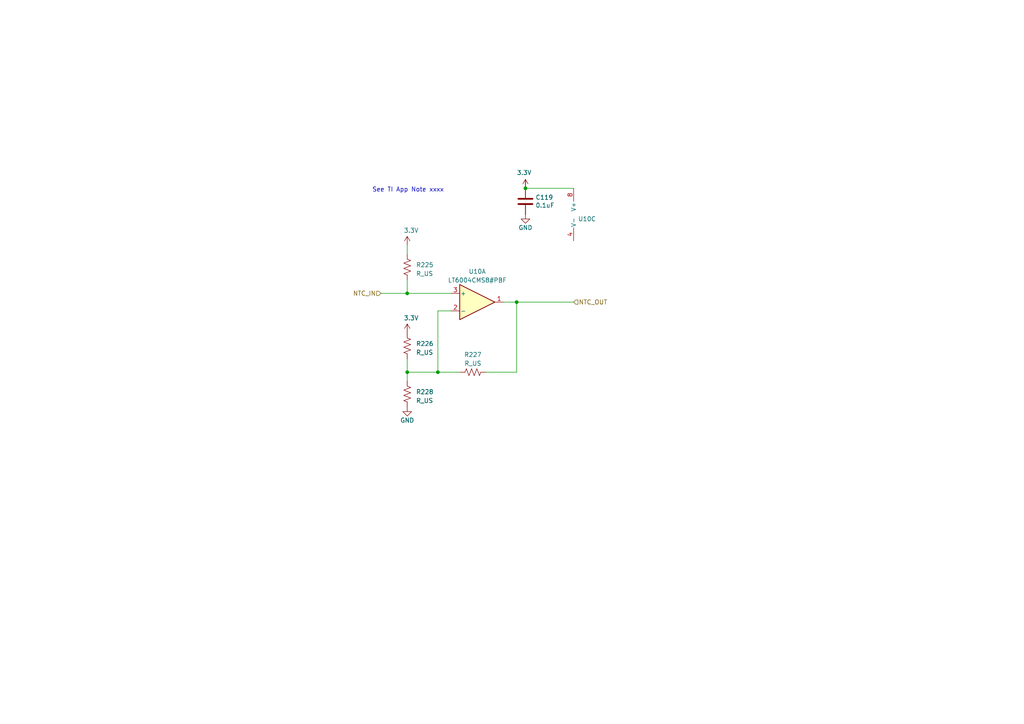
<source format=kicad_sch>
(kicad_sch (version 20230121) (generator eeschema)
  (paper "A4")
  (lib_symbols
    (symbol "Device:C" (pin_numbers hide) (pin_names (offset 0.254))
      (property "Reference" "C" (at 0.635 2.54 0))
      (property "Value" "C" (at 0.635 -2.54 0))
      (symbol "C_0_1"
        (polyline (pts (xy -2.032 -0.762) (xy 2.032 -0.762)) (stroke (width 0.508)))
        (polyline (pts (xy -2.032 0.762) (xy 2.032 0.762)) (stroke (width 0.508)))
      )
      (symbol "C_1_1"
        (pin passive line (at 0 3.81 270) (length 2.794) (name "~") (number "1"))
        (pin passive line (at 0 -3.81 90) (length 2.794) (name "~") (number "2"))
      )
    )
    (symbol "Device:R_US" (pin_numbers hide) (pin_names (offset 0))
      (property "Reference" "R" (at 2.54 0 90))
      (property "Value" "R_US" (at -2.54 0 90))
      (symbol "R_US_0_1"
        (polyline (pts (xy 0 -2.286) (xy 0 -2.54)))
        (polyline (pts (xy 0 2.286) (xy 0 2.54)))
        (polyline (pts (xy 0 -0.762) (xy 1.016 -1.143) (xy 0 -1.524) (xy -1.016 -1.905) (xy 0 -2.286)))
        (polyline (pts (xy 0 0.762) (xy 1.016 0.381) (xy 0 0) (xy -1.016 -0.381) (xy 0 -0.762)))
        (polyline (pts (xy 0 2.286) (xy 1.016 1.905) (xy 0 1.524) (xy -1.016 1.143) (xy 0 0.762)))
      )
      (symbol "R_US_1_1"
        (pin passive line (at 0 3.81 270) (length 1.27) (name "~") (number "1"))
        (pin passive line (at 0 -3.81 90) (length 1.27) (name "~") (number "2"))
      )
    )
    (symbol "SierraLobo:LT6004CMS8#PBF" (pin_names (offset 0.127))
      (property "Reference" "U" (at 0 5.08 0))
      (property "Value" "LT6004CMS8#PBF" (at 0 -5.08 0))
      (symbol "LT6004CMS8#PBF_1_1"
        (polyline (pts (xy -5.08 5.08) (xy 5.08 0) (xy -5.08 -5.08) (xy -5.08 5.08)) (stroke (width 0.254)) (fill (type background)))
        (pin output line (at 7.62 0 180) (length 2.54) (name "~") (number "1"))
        (pin input line (at -7.62 -2.54 0) (length 2.54) (name "-") (number "2"))
        (pin input line (at -7.62 2.54 0) (length 2.54) (name "+") (number "3"))
      )
      (symbol "LT6004CMS8#PBF_2_1"
        (polyline (pts (xy -5.08 5.08) (xy 5.08 0) (xy -5.08 -5.08) (xy -5.08 5.08)) (stroke (width 0.254)) (fill (type background)))
        (pin input line (at -7.62 2.54 0) (length 2.54) (name "+") (number "5"))
        (pin input line (at -7.62 -2.54 0) (length 2.54) (name "-") (number "6"))
        (pin output line (at 7.62 0 180) (length 2.54) (name "~") (number "7"))
      )
      (symbol "LT6004CMS8#PBF_3_1"
        (pin power_in line (at -2.54 -7.62 90) (length 3.81) (name "V-") (number "4"))
        (pin power_in line (at -2.54 7.62 270) (length 3.81) (name "V+") (number "8"))
      )
    )
    (symbol "mainboard:3.3V" (power) (pin_names (offset 1.016))
      (property "Value" "3.3V" (at -1.016 3.556 0))
      (symbol "3.3V_1_0"
        (polyline (pts (xy 0 2.54) (xy -0.762 1.27)))
        (polyline (pts (xy 0.762 1.27) (xy 0 2.54)))
        (pin power_in line (at 0 0 90) (length 2.54) (name "3.3V") (number "1"))
      )
    )
    (symbol "power:GND" (power) (pin_names (offset 0))
      (property "Value" "GND" (at 0 -3.81 0))
      (symbol "GND_0_1"
        (polyline (pts (xy 0 0) (xy 0 -1.27) (xy 1.27 -1.27) (xy 0 -2.54) (xy -1.27 -1.27) (xy 0 -1.27)))
      )
      (symbol "GND_1_1"
        (pin power_in line (at 0 0 270) (length 0) hide (name "GND") (number "1"))
      )
    )
  )
  (junction (at 118.11 85.09))
  (junction (at 149.86 87.63))
  (junction (at 152.4 54.61))
  (junction (at 127 107.95))
  (junction (at 118.11 107.95))
  (wire (pts (xy 149.86 87.63) (xy 166.37 87.63)))
  (wire (pts (xy 127 107.95) (xy 118.11 107.95)))
  (wire (pts (xy 127 107.95) (xy 133.35 107.95)))
  (wire (pts (xy 110.49 85.09) (xy 118.11 85.09)))
  (wire (pts (xy 152.4 54.61) (xy 166.37 54.61)))
  (wire (pts (xy 118.11 104.14) (xy 118.11 107.95)))
  (wire (pts (xy 140.97 107.95) (xy 149.86 107.95)))
  (wire (pts (xy 130.81 90.17) (xy 127 90.17)))
  (wire (pts (xy 118.11 71.12) (xy 118.11 73.66)))
  (wire (pts (xy 130.81 85.09) (xy 118.11 85.09)))
  (wire (pts (xy 149.86 107.95) (xy 149.86 87.63)))
  (wire (pts (xy 127 90.17) (xy 127 107.95)))
  (wire (pts (xy 118.11 85.09) (xy 118.11 81.28)))
  (wire (pts (xy 149.86 87.63) (xy 146.05 87.63)))
  (wire (pts (xy 118.11 107.95) (xy 118.11 110.49)))
  (text "See TI App Note xxxx" (at 107.95 55.88 0) (effects (font (size 1.27 1.27)) (justify left bottom)))
  (hierarchical_label "NTC_IN" (shape input) (at 110.49 85.09 180))
  (hierarchical_label "NTC_OUT" (shape input) (at 166.37 87.63 0))
  (symbol (lib_id "power:GND") (at 118.11 118.11 0) (mirror y) (unit 1)
    (property "Reference" "#PWR05" (effects hide))
    (property "Value" "GND" (at 118.11 121.92 0))
    (instances (project "mainboard" (path "" (reference "#PWR05") (unit 1)) (path "" (reference "#PWR0169") (unit 1))))
  )
  (symbol (lib_id "Device:R_US") (at 137.16 107.95 90) (unit 1)
    (property "Reference" "R227" (at 137.16 102.87 90))
    (property "Value" "R_US" (at 137.16 105.41 90))
    (property "Footprint" "Resistor_SMD:R_0603_1608Metric" (effects hide))
  )
  (symbol (lib_id "Device:R_US") (at 118.11 114.3 180) (unit 1)
    (property "Reference" "R228" (at 120.65 113.665 0) (effects (justify right)))
    (property "Value" "R_US" (at 120.65 116.205 0) (effects (justify right)))
    (property "Footprint" "Resistor_SMD:R_0603_1608Metric" (effects hide))
  )
  (symbol (lib_id "mainboard:3.3V") (at 118.11 71.12 0) (unit 1)
    (property "Reference" "#SUPPLY02" (effects hide))
    (property "Value" "3.3V" (at 117.094 67.564 0) (effects (justify left bottom)))
    (instances (project "mainboard" (path "" (reference "#SUPPLY02") (unit 1)) (path "" (reference "#SUPPLY027") (unit 1)) (path "" (reference "#SUPPLY033") (unit 1))))
  )
  (symbol (lib_id "mainboard:3.3V") (at 118.11 96.52 0) (unit 1)
    (property "Reference" "#SUPPLY02" (effects hide))
    (property "Value" "3.3V" (at 117.094 92.964 0) (effects (justify left bottom)))
    (instances (project "mainboard" (path "" (reference "#SUPPLY02") (unit 1)) (path "" (reference "#SUPPLY027") (unit 1)) (path "" (reference "#SUPPLY034") (unit 1))))
  )
  (symbol (lib_id "SierraLobo:LT6004CMS8#PBF") (at 168.91 62.23 0) (unit 3)
    (property "Reference" "U10" (at 167.64 63.5 0) (effects (justify left)))
    (property "Value" "LT6004CMS8#PBF" (effects hide))
    (property "Footprint" "Package_SO:MSOP-8_3x3mm_P0.65mm" (effects hide))
  )
  (symbol (lib_id "SierraLobo:LT6004CMS8#PBF") (at 138.43 87.63 0) (unit 1)
    (property "Reference" "U10" (at 138.43 78.74 0))
    (property "Value" "LT6004CMS8#PBF" (at 138.43 81.28 0))
    (property "Footprint" "Package_SO:MSOP-8_3x3mm_P0.65mm" (effects hide))
  )
  (symbol (lib_id "Device:R_US") (at 118.11 77.47 0) (unit 1)
    (property "Reference" "R225" (at 120.65 76.835 0) (effects (justify left)))
    (property "Value" "R_US" (at 120.65 79.375 0) (effects (justify left)))
    (property "Footprint" "Resistor_SMD:R_0603_1608Metric" (effects hide))
  )
  (symbol (lib_id "Device:C") (at 152.4 58.42 0) (unit 1)
    (property "Reference" "C119" (at 155.321 57.2516 0) (effects (justify left)))
    (property "Value" "0.1uF" (at 155.321 59.563 0) (effects (justify left)))
    (property "Footprint" "Capacitor_SMD:C_0603_1608Metric" (effects hide))
  )
  (symbol (lib_id "Device:R_US") (at 118.11 100.33 0) (unit 1)
    (property "Reference" "R226" (at 120.65 99.695 0) (effects (justify left)))
    (property "Value" "R_US" (at 120.65 102.235 0) (effects (justify left)))
    (property "Footprint" "Resistor_SMD:R_0603_1608Metric" (effects hide))
  )
  (symbol (lib_id "mainboard:3.3V") (at 152.4 54.61 0) (unit 1)
    (property "Reference" "#SUPPLY032" (effects hide))
    (property "Value" "3.3V" (at 149.86 50.8 0) (effects (justify left bottom)))
  )
  (symbol (lib_id "power:GND") (at 152.4 62.23 0) (unit 1)
    (property "Reference" "#PWR0162" (effects hide))
    (property "Value" "GND" (at 152.4 66.04 0))
  )
)
</source>
